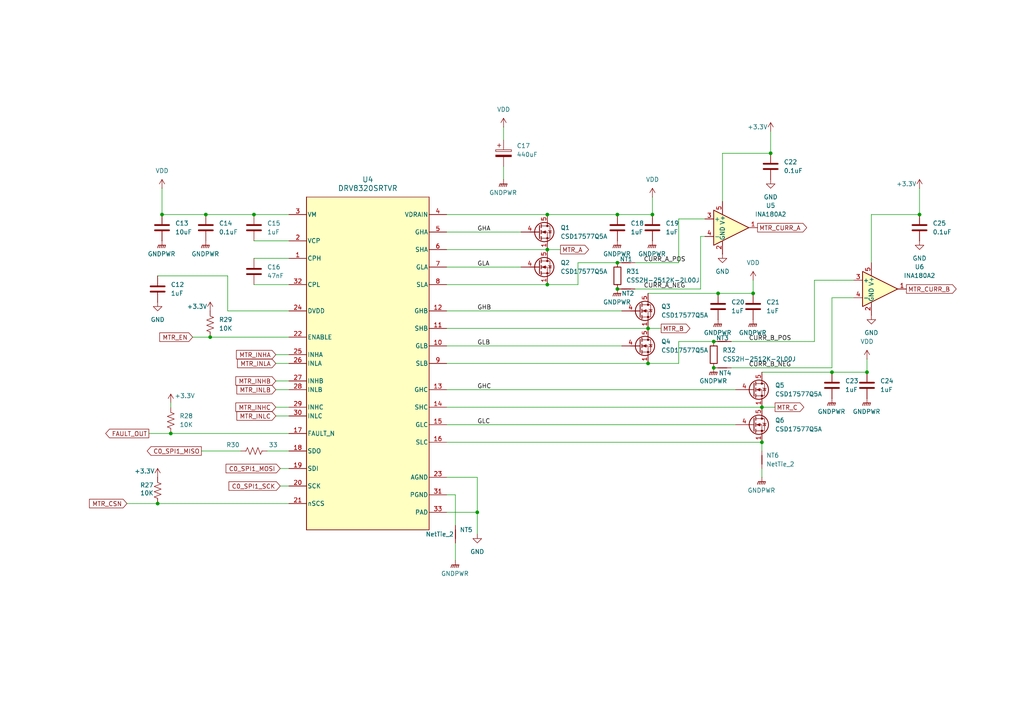
<source format=kicad_sch>
(kicad_sch (version 20250114) (generator "eeschema") (generator_version "9.0")
  (paper "A4")
  (lib_symbols
    (symbol "Amplifier_Current:INA180A2" (pin_names (offset 0.127))
      (property "Reference" "U" (at 3.81 3.81 0))
      (property "Value" "INA180A2" (at 3.81 -2.54 0))
      (symbol "INA180A2_0_1"
        (polyline (pts (xy 5.08 0) (xy -5.08 5.08) (xy -5.08 -5.08) (xy 5.08 0)) (stroke (width 0.254)) (fill (type background)))
      )
      (symbol "INA180A2_1_1"
        (pin input line (at -7.62 2.54 0) (length 2.54) (name "+") (number "3"))
        (pin input line (at -7.62 -2.54 0) (length 2.54) (name "-") (number "4"))
        (pin power_in line (at -2.54 7.62 270) (length 3.81) (name "V+") (number "5"))
        (pin power_in line (at -2.54 -7.62 90) (length 3.81) (name "GND") (number "2"))
        (pin output line (at 7.62 0 180) (length 2.54) (name "~") (number "1"))
      )
    )
    (symbol "Device:C" (pin_numbers (hide yes)) (pin_names (offset 0.254))
      (property "Reference" "C" (at 0.635 2.54 0))
      (property "Value" "C" (at 0.635 -2.54 0))
      (symbol "C_0_1"
        (polyline (pts (xy -2.032 0.762) (xy 2.032 0.762)) (stroke (width 0.508)))
        (polyline (pts (xy -2.032 -0.762) (xy 2.032 -0.762)) (stroke (width 0.508)))
      )
      (symbol "C_1_1"
        (pin passive line (at 0 3.81 270) (length 2.794) (name "~") (number "1"))
        (pin passive line (at 0 -3.81 90) (length 2.794) (name "~") (number "2"))
      )
    )
    (symbol "Device:C_Polarized" (pin_numbers (hide yes)) (pin_names (offset 0.254))
      (property "Reference" "C" (at 0.635 2.54 0))
      (property "Value" "C_Polarized" (at 0.635 -2.54 0))
      (symbol "C_Polarized_0_1"
        (rectangle (start -2.286 0.508) (end 2.286 1.016))
        (polyline (pts (xy -1.778 2.286) (xy -0.762 2.286)))
        (polyline (pts (xy -1.27 2.794) (xy -1.27 1.778)))
        (rectangle (start 2.286 -0.508) (end -2.286 -1.016) (fill (type outline)))
      )
      (symbol "C_Polarized_1_1"
        (pin passive line (at 0 3.81 270) (length 2.794) (name "~") (number "1"))
        (pin passive line (at 0 -3.81 90) (length 2.794) (name "~") (number "2"))
      )
    )
    (symbol "Device:NetTie_2" (pin_numbers (hide yes)) (pin_names (offset 0) (hide yes)) (in_bom no)
      (property "Reference" "NT" (at 0 1.27 0))
      (property "Value" "NetTie_2" (at 0 -1.27 0))
      (symbol "NetTie_2_0_1"
        (polyline (pts (xy -1.27 0) (xy 1.27 0)) (stroke (width 0.254)))
      )
      (symbol "NetTie_2_1_1"
        (pin passive line (at -2.54 0 0) (length 2.54) (name "1") (number "1"))
        (pin passive line (at 2.54 0 180) (length 2.54) (name "2") (number "2"))
      )
    )
    (symbol "Device:R" (pin_numbers (hide yes)) (pin_names (offset 0))
      (property "Reference" "R" (at 2.032 0 90))
      (property "Value" "R" (at 0 0 90))
      (symbol "R_0_1"
        (rectangle (start -1.016 -2.54) (end 1.016 2.54) (stroke (width 0.254)))
      )
      (symbol "R_1_1"
        (pin passive line (at 0 3.81 270) (length 1.27) (name "~") (number "1"))
        (pin passive line (at 0 -3.81 90) (length 1.27) (name "~") (number "2"))
      )
    )
    (symbol "Device:R_US" (pin_numbers (hide yes)) (pin_names (offset 0))
      (property "Reference" "R" (at 2.54 0 90))
      (property "Value" "R_US" (at -2.54 0 90))
      (symbol "R_US_0_1"
        (polyline (pts (xy 0 2.286) (xy 0 2.54)))
        (polyline (pts (xy 0 2.286) (xy 1.016 1.905) (xy 0 1.524) (xy -1.016 1.143) (xy 0 0.762)))
        (polyline (pts (xy 0 0.762) (xy 1.016 0.381) (xy 0 0) (xy -1.016 -0.381) (xy 0 -0.762)))
        (polyline (pts (xy 0 -0.762) (xy 1.016 -1.143) (xy 0 -1.524) (xy -1.016 -1.905) (xy 0 -2.286)))
        (polyline (pts (xy 0 -2.286) (xy 0 -2.54)))
      )
      (symbol "R_US_1_1"
        (pin passive line (at 0 3.81 270) (length 1.27) (name "~") (number "1"))
        (pin passive line (at 0 -3.81 90) (length 1.27) (name "~") (number "2"))
      )
    )
    (symbol "Global:DRV8320SRTVR" (pin_names (offset 0.254))
      (property "Reference" "U" (at 0 2.54 0))
      (property "Value" "DRV8320SRTVR" (at 0 0 0))
      (symbol "DRV8320SRTVR_0_1"
        (polyline (pts (xy -17.78 48.26) (xy -17.78 -48.26)) (stroke (width 0.2032)))
        (polyline (pts (xy -17.78 -48.26) (xy 17.78 -48.26)) (stroke (width 0.2032)))
        (polyline (pts (xy 17.78 -48.26) (xy 17.78 48.26)) (stroke (width 0.2032)))
        (pin power_in line (at -22.86 43.18 0) (length 5.08) (name "VM") (number "3"))
        (pin power_in line (at -22.86 35.56 0) (length 5.08) (name "VCP") (number "2"))
        (pin unspecified line (at -22.86 30.48 0) (length 5.08) (name "CPH") (number "1"))
        (pin unspecified line (at -22.86 22.86 0) (length 5.08) (name "CPL") (number "32"))
        (pin power_in line (at -22.86 15.24 0) (length 5.08) (name "DVDD") (number "24"))
        (pin input line (at -22.86 7.62 0) (length 5.08) (name "ENABLE") (number "22"))
        (pin input line (at -22.86 2.54 0) (length 5.08) (name "INHA") (number "25"))
        (pin input line (at -22.86 0 0) (length 5.08) (name "INLA") (number "26"))
        (pin input line (at -22.86 -5.08 0) (length 5.08) (name "INHB") (number "27"))
        (pin input line (at -22.86 -7.62 0) (length 5.08) (name "INLB") (number "28"))
        (pin input line (at -22.86 -12.7 0) (length 5.08) (name "INHC") (number "29"))
        (pin input line (at -22.86 -15.24 0) (length 5.08) (name "INLC") (number "30"))
        (pin open_collector line (at -22.86 -20.32 0) (length 5.08) (name "FAULT_N") (number "17"))
        (pin input line (at 22.86 43.18 180) (length 5.08) (name "VDRAIN") (number "4"))
        (pin output line (at 22.86 38.1 180) (length 5.08) (name "GHA") (number "5"))
        (pin input line (at 22.86 33.02 180) (length 5.08) (name "SHA") (number "6"))
        (pin output line (at 22.86 27.94 180) (length 5.08) (name "GLA") (number "7"))
        (pin input line (at 22.86 22.86 180) (length 5.08) (name "SLA") (number "8"))
        (pin output line (at 22.86 15.24 180) (length 5.08) (name "GHB") (number "12"))
        (pin input line (at 22.86 10.16 180) (length 5.08) (name "SHB") (number "11"))
        (pin output line (at 22.86 5.08 180) (length 5.08) (name "GLB") (number "10"))
        (pin input line (at 22.86 0 180) (length 5.08) (name "SLB") (number "9"))
        (pin output line (at 22.86 -7.62 180) (length 5.08) (name "GHC") (number "13"))
        (pin input line (at 22.86 -12.7 180) (length 5.08) (name "SHC") (number "14"))
        (pin output line (at 22.86 -17.78 180) (length 5.08) (name "GLC") (number "15"))
        (pin input line (at 22.86 -22.86 180) (length 5.08) (name "SLC") (number "16"))
        (pin power_in line (at 22.86 -33.02 180) (length 5.08) (name "AGND") (number "23"))
        (pin power_in line (at 22.86 -38.1 180) (length 5.08) (name "PGND") (number "31"))
        (pin power_in line (at 22.86 -43.18 180) (length 5.08) (name "PAD") (number "33"))
      )
      (symbol "DRV8320SRTVR_1_1"
        (rectangle (start -17.78 48.26) (end 17.78 -48.26) (fill (type color) (color 255 255 194 1)))
        (pin unspecified line (at -22.86 -25.4 0) (length 5.08) (name "SDO") (number "18"))
        (pin input line (at -22.86 -30.48 0) (length 5.08) (name "SDI") (number "19"))
        (pin input line (at -22.86 -35.56 0) (length 5.08) (name "SCK") (number "20"))
        (pin unspecified line (at -22.86 -40.64 0) (length 5.08) (name "nSCS") (number "21"))
      )
    )
    (symbol "Transistor_FET:CSD17577Q5A" (pin_names (offset 0) (hide yes))
      (property "Reference" "Q" (at 5.08 1.905 0))
      (property "Value" "CSD17577Q5A" (at 5.08 0 0))
      (symbol "CSD17577Q5A_0_1"
        (polyline (pts (xy 0.254 1.905) (xy 0.254 -1.905)) (stroke (width 0.254)))
        (polyline (pts (xy 0.254 0) (xy -2.54 0)))
        (polyline (pts (xy 0.762 2.286) (xy 0.762 1.27)) (stroke (width 0.254)))
        (polyline (pts (xy 0.762 0.508) (xy 0.762 -0.508)) (stroke (width 0.254)))
        (polyline (pts (xy 0.762 -1.27) (xy 0.762 -2.286)) (stroke (width 0.254)))
        (polyline (pts (xy 0.762 -1.778) (xy 3.302 -1.778) (xy 3.302 1.778) (xy 0.762 1.778)))
        (polyline (pts (xy 1.016 0) (xy 2.032 0.381) (xy 2.032 -0.381) (xy 1.016 0)) (fill (type outline)))
        (circle (center 1.651 0) (radius 2.794) (stroke (width 0.254)))
        (polyline (pts (xy 2.54 2.54) (xy 2.54 1.778)))
        (circle (center 2.54 1.778) (radius 0.254) (fill (type outline)))
        (circle (center 2.54 -1.778) (radius 0.254) (fill (type outline)))
        (polyline (pts (xy 2.54 -2.54) (xy 2.54 0) (xy 0.762 0)))
        (polyline (pts (xy 2.794 0.508) (xy 2.921 0.381) (xy 3.683 0.381) (xy 3.81 0.254)))
        (polyline (pts (xy 3.302 0.381) (xy 2.921 -0.254) (xy 3.683 -0.254) (xy 3.302 0.381)))
      )
      (symbol "CSD17577Q5A_1_1"
        (pin input line (at -5.08 0 0) (length 5.08) (name "G") (number "4"))
        (pin passive line (at 2.54 5.08 270) (length 2.54) (name "D") (number "5"))
        (pin passive line (at 2.54 -5.08 90) (length 2.54) (name "S") (number "1"))
        (pin passive line (at 2.54 -5.08 90) (length 2.54) (hide yes) (name "S") (number "2"))
        (pin passive line (at 2.54 -5.08 90) (length 2.54) (hide yes) (name "S") (number "3"))
      )
    )
    (symbol "power:+3.3V" (power) (pin_numbers (hide yes)) (pin_names (offset 0) (hide yes))
      (property "Value" "+3.3V" (at 0 3.556 0))
      (symbol "+3.3V_0_1"
        (polyline (pts (xy -0.762 1.27) (xy 0 2.54)))
        (polyline (pts (xy 0 2.54) (xy 0.762 1.27)))
        (polyline (pts (xy 0 0) (xy 0 2.54)))
      )
      (symbol "+3.3V_1_1"
        (pin power_in line (at 0 0 90) (length 0) (name "~") (number "1"))
      )
    )
    (symbol "power:GND" (power) (pin_numbers (hide yes)) (pin_names (offset 0) (hide yes))
      (property "Value" "GND" (at 0 -3.81 0))
      (symbol "GND_0_1"
        (polyline (pts (xy 0 0) (xy 0 -1.27) (xy 1.27 -1.27) (xy 0 -2.54) (xy -1.27 -1.27) (xy 0 -1.27)))
      )
      (symbol "GND_1_1"
        (pin power_in line (at 0 0 270) (length 0) (name "~") (number "1"))
      )
    )
    (symbol "power:GNDPWR" (power) (pin_numbers (hide yes)) (pin_names (offset 0) (hide yes))
      (property "Value" "GNDPWR" (at 0 -3.302 0))
      (symbol "GNDPWR_0_1"
        (polyline (pts (xy -1.016 -1.27) (xy -1.27 -2.032) (xy -1.27 -2.032)) (stroke (width 0.2032)))
        (polyline (pts (xy -0.508 -1.27) (xy -0.762 -2.032) (xy -0.762 -2.032)) (stroke (width 0.2032)))
        (polyline (pts (xy 0 -1.27) (xy 0 0)))
        (polyline (pts (xy 0 -1.27) (xy -0.254 -2.032) (xy -0.254 -2.032)) (stroke (width 0.2032)))
        (polyline (pts (xy 0.508 -1.27) (xy 0.254 -2.032) (xy 0.254 -2.032)) (stroke (width 0.2032)))
        (polyline (pts (xy 1.016 -1.27) (xy -1.016 -1.27) (xy -1.016 -1.27)) (stroke (width 0.2032)))
        (polyline (pts (xy 1.016 -1.27) (xy 0.762 -2.032) (xy 0.762 -2.032) (xy 0.762 -2.032)) (stroke (width 0.2032)))
      )
      (symbol "GNDPWR_1_1"
        (pin power_in line (at 0 0 270) (length 0) (name "~") (number "1"))
      )
    )
    (symbol "power:VDD" (power) (pin_numbers (hide yes)) (pin_names (offset 0) (hide yes))
      (property "Value" "VDD" (at 0 3.556 0))
      (symbol "VDD_0_1"
        (polyline (pts (xy -0.762 1.27) (xy 0 2.54)))
        (polyline (pts (xy 0 2.54) (xy 0.762 1.27)))
        (polyline (pts (xy 0 0) (xy 0 2.54)))
      )
      (symbol "VDD_1_1"
        (pin power_in line (at 0 0 90) (length 0) (name "~") (number "1"))
      )
    )
  )
  (junction (at 208.28 85.09))
  (junction (at 46.99 62.23))
  (junction (at 73.66 62.23))
  (junction (at 138.43 148.59))
  (junction (at 266.7 62.23))
  (junction (at 158.75 62.23))
  (junction (at 45.72 146.05))
  (junction (at 158.75 72.39))
  (junction (at 179.07 62.23))
  (junction (at 207.01 106.68))
  (junction (at 60.96 97.79))
  (junction (at 187.96 105.41))
  (junction (at 49.53 125.73))
  (junction (at 251.46 107.95))
  (junction (at 179.07 83.82))
  (junction (at 179.07 76.2))
  (junction (at 241.3 107.95))
  (junction (at 220.98 118.11))
  (junction (at 223.52 44.45))
  (junction (at 187.96 95.25))
  (junction (at 158.75 82.55))
  (junction (at 220.98 128.27))
  (junction (at 218.44 85.09))
  (junction (at 207.01 99.06))
  (junction (at 59.69 62.23))
  (junction (at 189.23 62.23))
  (wire (pts (xy 129.54 123.19) (xy 213.36 123.19)))
  (wire (pts (xy 138.43 148.59) (xy 138.43 138.43)))
  (wire (pts (xy 209.55 58.42) (xy 209.55 44.45)))
  (wire (pts (xy 129.54 148.59) (xy 138.43 148.59)))
  (wire (pts (xy 167.64 82.55) (xy 158.75 82.55)))
  (wire (pts (xy 223.52 38.1) (xy 223.52 44.45)))
  (wire (pts (xy 49.53 116.84) (xy 49.53 118.11)))
  (wire (pts (xy 55.88 97.79) (xy 60.96 97.79)))
  (wire (pts (xy 46.99 54.61) (xy 46.99 62.23)))
  (wire (pts (xy 73.66 74.93) (xy 83.82 74.93)))
  (wire (pts (xy 220.98 118.11) (xy 224.79 118.11)))
  (wire (pts (xy 129.54 100.33) (xy 180.34 100.33)))
  (wire (pts (xy 236.22 81.28) (xy 247.65 81.28)))
  (wire (pts (xy 218.44 81.28) (xy 218.44 85.09)))
  (wire (pts (xy 196.85 105.41) (xy 187.96 105.41)))
  (wire (pts (xy 266.7 54.61) (xy 266.7 62.23)))
  (wire (pts (xy 129.54 90.17) (xy 180.34 90.17)))
  (wire (pts (xy 212.09 106.68) (xy 241.3 106.68)))
  (wire (pts (xy 203.2 83.82) (xy 203.2 68.58)))
  (wire (pts (xy 36.83 146.05) (xy 45.72 146.05)))
  (wire (pts (xy 184.15 76.2) (xy 196.85 76.2)))
  (wire (pts (xy 252.73 76.2) (xy 252.73 62.23)))
  (wire (pts (xy 49.53 125.73) (xy 83.82 125.73)))
  (wire (pts (xy 132.08 162.56) (xy 132.08 157.48)))
  (wire (pts (xy 138.43 154.94) (xy 138.43 148.59)))
  (wire (pts (xy 80.01 118.11) (xy 83.82 118.11)))
  (wire (pts (xy 80.01 120.65) (xy 83.82 120.65)))
  (wire (pts (xy 138.43 138.43) (xy 129.54 138.43)))
  (wire (pts (xy 66.04 90.17) (xy 83.82 90.17)))
  (wire (pts (xy 80.01 102.87) (xy 83.82 102.87)))
  (wire (pts (xy 129.54 128.27) (xy 220.98 128.27)))
  (wire (pts (xy 66.04 80.01) (xy 66.04 90.17)))
  (wire (pts (xy 45.72 146.05) (xy 83.82 146.05)))
  (wire (pts (xy 46.99 62.23) (xy 59.69 62.23)))
  (wire (pts (xy 132.08 143.51) (xy 129.54 143.51)))
  (wire (pts (xy 208.28 85.09) (xy 218.44 85.09)))
  (wire (pts (xy 129.54 113.03) (xy 213.36 113.03)))
  (wire (pts (xy 81.28 135.89) (xy 83.82 135.89)))
  (wire (pts (xy 129.54 77.47) (xy 151.13 77.47)))
  (wire (pts (xy 220.98 135.89) (xy 220.98 138.43)))
  (wire (pts (xy 80.01 105.41) (xy 83.82 105.41)))
  (wire (pts (xy 132.08 152.4) (xy 132.08 143.51)))
  (wire (pts (xy 58.42 130.81) (xy 69.85 130.81)))
  (wire (pts (xy 220.98 107.95) (xy 241.3 107.95)))
  (wire (pts (xy 129.54 82.55) (xy 158.75 82.55)))
  (wire (pts (xy 73.66 69.85) (xy 83.82 69.85)))
  (wire (pts (xy 209.55 44.45) (xy 223.52 44.45)))
  (wire (pts (xy 60.96 97.79) (xy 83.82 97.79)))
  (wire (pts (xy 158.75 72.39) (xy 162.56 72.39)))
  (wire (pts (xy 196.85 63.5) (xy 204.47 63.5)))
  (wire (pts (xy 129.54 95.25) (xy 187.96 95.25)))
  (wire (pts (xy 167.64 76.2) (xy 167.64 82.55)))
  (wire (pts (xy 179.07 62.23) (xy 189.23 62.23)))
  (wire (pts (xy 129.54 72.39) (xy 158.75 72.39)))
  (wire (pts (xy 212.09 99.06) (xy 236.22 99.06)))
  (wire (pts (xy 158.75 62.23) (xy 179.07 62.23)))
  (wire (pts (xy 241.3 107.95) (xy 251.46 107.95)))
  (wire (pts (xy 236.22 99.06) (xy 236.22 81.28)))
  (wire (pts (xy 129.54 62.23) (xy 158.75 62.23)))
  (wire (pts (xy 203.2 68.58) (xy 204.47 68.58)))
  (wire (pts (xy 73.66 82.55) (xy 83.82 82.55)))
  (wire (pts (xy 129.54 118.11) (xy 220.98 118.11)))
  (wire (pts (xy 45.72 80.01) (xy 66.04 80.01)))
  (wire (pts (xy 80.01 113.03) (xy 83.82 113.03)))
  (wire (pts (xy 241.3 106.68) (xy 241.3 86.36)))
  (wire (pts (xy 179.07 76.2) (xy 167.64 76.2)))
  (wire (pts (xy 146.05 36.83) (xy 146.05 40.64)))
  (wire (pts (xy 196.85 76.2) (xy 196.85 63.5)))
  (wire (pts (xy 187.96 95.25) (xy 191.77 95.25)))
  (wire (pts (xy 220.98 128.27) (xy 220.98 130.81)))
  (wire (pts (xy 184.15 83.82) (xy 203.2 83.82)))
  (wire (pts (xy 43.18 125.73) (xy 49.53 125.73)))
  (wire (pts (xy 59.69 62.23) (xy 73.66 62.23)))
  (wire (pts (xy 251.46 104.14) (xy 251.46 107.95)))
  (wire (pts (xy 187.96 85.09) (xy 208.28 85.09)))
  (wire (pts (xy 146.05 48.26) (xy 146.05 52.07)))
  (wire (pts (xy 81.28 140.97) (xy 83.82 140.97)))
  (wire (pts (xy 196.85 99.06) (xy 196.85 105.41)))
  (wire (pts (xy 73.66 62.23) (xy 83.82 62.23)))
  (wire (pts (xy 207.01 99.06) (xy 196.85 99.06)))
  (wire (pts (xy 189.23 57.15) (xy 189.23 62.23)))
  (wire (pts (xy 77.47 130.81) (xy 83.82 130.81)))
  (wire (pts (xy 129.54 105.41) (xy 187.96 105.41)))
  (wire (pts (xy 241.3 86.36) (xy 247.65 86.36)))
  (wire (pts (xy 80.01 110.49) (xy 83.82 110.49)))
  (wire (pts (xy 129.54 67.31) (xy 151.13 67.31)))
  (wire (pts (xy 252.73 62.23) (xy 266.7 62.23)))
  (label "GHA" (at 138.43 67.31 0))
  (label "GHC" (at 138.43 113.03 0))
  (label "CURR_B_POS" (at 217.17 99.06 0))
  (label "CURR_A_POS" (at 186.69 76.2 0))
  (label "GLC" (at 138.43 123.19 0))
  (label "GLB" (at 138.43 100.33 0))
  (label "CURR_B_NEG" (at 217.17 106.68 0))
  (label "CURR_A_NEG" (at 186.69 83.82 0))
  (label "GLA" (at 138.43 77.47 0))
  (label "GHB" (at 138.43 90.17 0))
  (global_label "MTR_INHC" (shape input) (at 80.01 118.11 180) (property "Intersheetrefs" "${INTERSHEET_REFS}" (at 67.8324 118.11 0) (effects (justify right))))
  (global_label "MTR_CURR_A" (shape output) (at 219.71 66.04 0) (property "Intersheetrefs" "${INTERSHEET_REFS}" (at 234.5485 66.04 0) (effects (justify left))))
  (global_label "MTR_A" (shape output) (at 162.56 72.39 0) (property "Intersheetrefs" "${INTERSHEET_REFS}" (at 171.2904 72.39 0) (effects (justify left))))
  (global_label "MTR_EN" (shape input) (at 55.88 97.79 180) (property "Intersheetrefs" "${INTERSHEET_REFS}" (at 45.7587 97.79 0) (effects (justify right))))
  (global_label "MTR_INHA" (shape input) (at 80.01 102.87 180) (property "Intersheetrefs" "${INTERSHEET_REFS}" (at 68.0138 102.87 0) (effects (justify right))))
  (global_label "MTR_CURR_B" (shape output) (at 262.89 83.82 0) (property "Intersheetrefs" "${INTERSHEET_REFS}" (at 277.9099 83.82 0) (effects (justify left))))
  (global_label "FAULT_OUT" (shape output) (at 43.18 125.73 180) (property "Intersheetrefs" "${INTERSHEET_REFS}" (at 30.0952 125.73 0) (effects (justify right))))
  (global_label "MTR_CSN" (shape input) (at 36.83 146.05 180) (property "Intersheetrefs" "${INTERSHEET_REFS}" (at 25.3782 146.05 0) (effects (justify right))))
  (global_label "MTR_INLC" (shape input) (at 80.01 120.65 180) (property "Intersheetrefs" "${INTERSHEET_REFS}" (at 68.1348 120.65 0) (effects (justify right))))
  (global_label "C0_SPI1_SCK" (shape input) (at 81.28 140.97 180) (property "Intersheetrefs" "${INTERSHEET_REFS}" (at 65.8368 140.97 0) (effects (justify right))))
  (global_label "MTR_B" (shape output) (at 191.77 95.25 0) (property "Intersheetrefs" "${INTERSHEET_REFS}" (at 200.6818 95.25 0) (effects (justify left))))
  (global_label "MTR_INHB" (shape input) (at 80.01 110.49 180) (property "Intersheetrefs" "${INTERSHEET_REFS}" (at 67.8324 110.49 0) (effects (justify right))))
  (global_label "MTR_C" (shape output) (at 224.79 118.11 0) (property "Intersheetrefs" "${INTERSHEET_REFS}" (at 233.7018 118.11 0) (effects (justify left))))
  (global_label "C0_SPI1_MOSI" (shape input) (at 81.28 135.89 180) (property "Intersheetrefs" "${INTERSHEET_REFS}" (at 64.9901 135.89 0) (effects (justify right))))
  (global_label "C0_SPI1_MISO" (shape output) (at 58.42 130.81 180) (property "Intersheetrefs" "${INTERSHEET_REFS}" (at 42.1301 130.81 0) (effects (justify right))))
  (global_label "MTR_INLA" (shape input) (at 80.01 105.41 180) (property "Intersheetrefs" "${INTERSHEET_REFS}" (at 68.3162 105.41 0) (effects (justify right))))
  (global_label "MTR_INLB" (shape input) (at 80.01 113.03 180) (property "Intersheetrefs" "${INTERSHEET_REFS}" (at 68.1348 113.03 0) (effects (justify right))))
  (symbol (lib_id "power:VDD") (at 251.46 104.14 0) (unit 1)
    (property "Reference" "#PWR070" (effects (hide yes)))
    (property "Value" "VDD" (at 251.46 99.06 0))
    (property "Description" "Power symbol creates a global label with name \"VDD\"" (effects (hide yes)))
  )
  (symbol (lib_id "power:GNDPWR") (at 146.05 52.07 0) (unit 1)
    (property "Reference" "#PWR056" (effects (hide yes)))
    (property "Value" "GNDPWR" (at 145.923 55.88 0))
    (property "Description" "Power symbol creates a global label with name \"GNDPWR\" , global ground" (effects (hide yes)))
  )
  (symbol (lib_id "Amplifier_Current:INA180A2") (at 255.27 83.82 0) (unit 1)
    (property "Reference" "U6" (at 266.7 77.3998 0))
    (property "Value" "INA180A2" (at 266.7 79.9398 0))
    (property "Footprint" "Package_TO_SOT_SMD:SOT-23-5" (effects (hide yes)))
    (property "Datasheet" "http://www.ti.com/lit/ds/symlink/ina180.pdf" (effects (hide yes)))
    (property "Description" "Current Sense Amplifier, 1 Circuit, Rail-to-Rail, 26V, Gain 50 V/V, SOT-23-5" (effects (hide yes)))
  )
  (symbol (lib_id "power:+3.3V") (at 266.7 54.61 0) (unit 1)
    (property "Reference" "#PWR073" (effects (hide yes)))
    (property "Value" "+3.3V" (at 262.89 53.34 0))
    (property "Description" "Power symbol creates a global label with name \"+3.3V\"" (effects (hide yes)))
  )
  (symbol (lib_id "Device:C") (at 218.44 88.9 0) (unit 1)
    (property "Reference" "C21" (at 222.25 87.6299 0) (effects (justify left)))
    (property "Value" "1uF" (at 222.25 90.1699 0) (effects (justify left)))
    (property "Footprint" "Capacitor_SMD:C_0603_1608Metric" (effects (hide yes)))
    (property "Description" "Unpolarized capacitor" (effects (hide yes)))
  )
  (symbol (lib_id "Device:C") (at 208.28 88.9 0) (unit 1)
    (property "Reference" "C20" (at 212.09 87.6299 0) (effects (justify left)))
    (property "Value" "1uF" (at 212.09 90.1699 0) (effects (justify left)))
    (property "Footprint" "Capacitor_SMD:C_0603_1608Metric" (effects (hide yes)))
    (property "Description" "Unpolarized capacitor" (effects (hide yes)))
  )
  (symbol (lib_id "Transistor_FET:CSD17577Q5A") (at 218.44 123.19 0) (unit 1)
    (property "Reference" "Q6" (at 224.79 121.9199 0) (effects (justify left)))
    (property "Value" "CSD17577Q5A" (at 224.79 124.4599 0) (effects (justify left)))
    (property "Footprint" "Package_TO_SOT_SMD:TDSON-8-1" (effects (hide yes)))
    (property "Datasheet" "http://www.ti.com/lit/gpn/csd17577q5a" (effects (hide yes)))
    (property "Description" "60A Id, 30V Vds, NexFET N-Channel Power MOSFET, 4.2mOhm Ron, 13nC Qg(typ), SON8 5x6mm" (effects (hide yes)))
  )
  (symbol (lib_id "Transistor_FET:CSD17577Q5A") (at 156.21 77.47 0) (unit 1)
    (property "Reference" "Q2" (at 162.56 76.1999 0) (effects (justify left)))
    (property "Value" "CSD17577Q5A" (at 162.56 78.7399 0) (effects (justify left)))
    (property "Footprint" "Package_TO_SOT_SMD:TDSON-8-1" (effects (hide yes)))
    (property "Datasheet" "http://www.ti.com/lit/gpn/csd17577q5a" (effects (hide yes)))
    (property "Description" "60A Id, 30V Vds, NexFET N-Channel Power MOSFET, 4.2mOhm Ron, 13nC Qg(typ), SON8 5x6mm" (effects (hide yes)))
  )
  (symbol (lib_id "Device:NetTie_2") (at 181.61 76.2 0) (unit 1) (in_bom no)
    (property "Reference" "NT1" (at 181.61 75.184 0))
    (property "Value" "NetTie_2" (effects (hide yes)))
    (property "Footprint" "NetTie:NetTie-2_SMD_Pad0.5mm" (effects (hide yes)))
    (property "Description" "Net tie, 2 pins" (effects (hide yes)))
  )
  (symbol (lib_id "Device:R") (at 179.07 80.01 0) (unit 1)
    (property "Reference" "R31" (at 181.61 78.7399 0) (effects (justify left)))
    (property "Value" "CSS2H-2512K-2L00J" (at 181.61 81.2799 0) (effects (justify left)))
    (property "Footprint" "Resistor_SMD:R_2512_6332Metric" (effects (hide yes)))
    (property "Description" "Resistor" (effects (hide yes)))
  )
  (symbol (lib_id "Device:C") (at 179.07 66.04 0) (unit 1)
    (property "Reference" "C18" (at 182.88 64.7699 0) (effects (justify left)))
    (property "Value" "1uF" (at 182.88 67.3099 0) (effects (justify left)))
    (property "Footprint" "Capacitor_SMD:C_0603_1608Metric" (effects (hide yes)))
    (property "Description" "Unpolarized capacitor" (effects (hide yes)))
  )
  (symbol (lib_id "power:VDD") (at 218.44 81.28 0) (unit 1)
    (property "Reference" "#PWR064" (effects (hide yes)))
    (property "Value" "VDD" (at 218.44 76.2 0))
    (property "Description" "Power symbol creates a global label with name \"VDD\"" (effects (hide yes)))
  )
  (symbol (lib_id "Device:C") (at 266.7 66.04 0) (unit 1)
    (property "Reference" "C25" (at 270.51 64.7699 0) (effects (justify left)))
    (property "Value" "0.1uF" (at 270.51 67.3099 0) (effects (justify left)))
    (property "Footprint" "Capacitor_SMD:C_0402_1005Metric" (effects (hide yes)))
    (property "Description" "Unpolarized capacitor" (effects (hide yes)))
  )
  (symbol (lib_id "Device:R_US") (at 45.72 142.24 180) (unit 1)
    (property "Reference" "R27" (at 40.64 140.716 0) (effects (justify right)))
    (property "Value" "10K" (at 40.64 143.002 0) (effects (justify right)))
    (property "Footprint" "Resistor_SMD:R_0402_1005Metric" (effects (hide yes)))
    (property "Description" "Resistor, US symbol" (effects (hide yes)))
  )
  (symbol (lib_id "Device:NetTie_2") (at 209.55 106.68 0) (unit 1) (in_bom no)
    (property "Reference" "NT4" (at 210.312 108.204 0))
    (property "Value" "NetTie_2" (effects (hide yes)))
    (property "Footprint" "NetTie:NetTie-2_SMD_Pad0.5mm" (effects (hide yes)))
    (property "Description" "Net tie, 2 pins" (effects (hide yes)))
  )
  (symbol (lib_id "power:VDD") (at 189.23 57.15 0) (unit 1)
    (property "Reference" "#PWR059" (effects (hide yes)))
    (property "Value" "VDD" (at 189.23 52.07 0))
    (property "Description" "Power symbol creates a global label with name \"VDD\"" (effects (hide yes)))
  )
  (symbol (lib_id "Transistor_FET:CSD17577Q5A") (at 156.21 67.31 0) (unit 1)
    (property "Reference" "Q1" (at 162.56 66.0399 0) (effects (justify left)))
    (property "Value" "CSD17577Q5A" (at 162.56 68.5799 0) (effects (justify left)))
    (property "Footprint" "Package_TO_SOT_SMD:TDSON-8-1" (effects (hide yes)))
    (property "Datasheet" "http://www.ti.com/lit/gpn/csd17577q5a" (effects (hide yes)))
    (property "Description" "60A Id, 30V Vds, NexFET N-Channel Power MOSFET, 4.2mOhm Ron, 13nC Qg(typ), SON8 5x6mm" (effects (hide yes)))
  )
  (symbol (lib_id "Device:C") (at 189.23 66.04 0) (unit 1)
    (property "Reference" "C19" (at 193.04 64.7699 0) (effects (justify left)))
    (property "Value" "1uF" (at 193.04 67.3099 0) (effects (justify left)))
    (property "Footprint" "Capacitor_SMD:C_0603_1608Metric" (effects (hide yes)))
    (property "Description" "Unpolarized capacitor" (effects (hide yes)))
  )
  (symbol (lib_id "power:GNDPWR") (at 132.08 162.56 0) (unit 1)
    (property "Reference" "#PWR053" (effects (hide yes)))
    (property "Value" "GNDPWR" (at 131.953 166.37 0))
    (property "Description" "Power symbol creates a global label with name \"GNDPWR\" , global ground" (effects (hide yes)))
  )
  (symbol (lib_id "power:+3.3V") (at 223.52 38.1 0) (unit 1)
    (property "Reference" "#PWR067" (effects (hide yes)))
    (property "Value" "+3.3V" (at 219.71 36.83 0))
    (property "Description" "Power symbol creates a global label with name \"+3.3V\"" (effects (hide yes)))
  )
  (symbol (lib_id "Global:DRV8320SRTVR") (at 106.68 105.41 0) (unit 1)
    (property "Reference" "U4" (at 106.68 52.07 0) (effects (font (size 1.524 1.524))))
    (property "Value" "DRV8320SRTVR" (at 106.68 54.61 0) (effects (font (size 1.524 1.524))))
    (property "Footprint" "Library:DRV8320SRTVR" (effects (hide yes)))
    (property "Datasheet" "https://www.ti.com/lit/gpn/drv8320" (effects (hide yes)))
  )
  (symbol (lib_id "power:GND") (at 45.72 87.63 0) (unit 1)
    (property "Reference" "#PWR046" (effects (hide yes)))
    (property "Value" "GND" (at 45.72 92.71 0))
    (property "Description" "Power symbol creates a global label with name \"GND\" , ground" (effects (hide yes)))
  )
  (symbol (lib_id "power:GNDPWR") (at 46.99 69.85 0) (unit 1)
    (property "Reference" "#PWR049" (effects (hide yes)))
    (property "Value" "GNDPWR" (at 46.863 73.66 0))
    (property "Description" "Power symbol creates a global label with name \"GNDPWR\" , global ground" (effects (hide yes)))
  )
  (symbol (lib_id "power:VDD") (at 46.99 54.61 0) (unit 1)
    (property "Reference" "#PWR048" (effects (hide yes)))
    (property "Value" "VDD" (at 46.99 49.53 0))
    (property "Description" "Power symbol creates a global label with name \"VDD\"" (effects (hide yes)))
  )
  (symbol (lib_id "power:GNDPWR") (at 218.44 92.71 0) (unit 1)
    (property "Reference" "#PWR065" (effects (hide yes)))
    (property "Value" "GNDPWR" (at 218.313 96.52 0))
    (property "Description" "Power symbol creates a global label with name \"GNDPWR\" , global ground" (effects (hide yes)))
  )
  (symbol (lib_id "Transistor_FET:CSD17577Q5A") (at 185.42 100.33 0) (unit 1)
    (property "Reference" "Q4" (at 191.77 99.0599 0) (effects (justify left)))
    (property "Value" "CSD17577Q5A" (at 191.77 101.5999 0) (effects (justify left)))
    (property "Footprint" "Package_TO_SOT_SMD:TDSON-8-1" (effects (hide yes)))
    (property "Datasheet" "http://www.ti.com/lit/gpn/csd17577q5a" (effects (hide yes)))
    (property "Description" "60A Id, 30V Vds, NexFET N-Channel Power MOSFET, 4.2mOhm Ron, 13nC Qg(typ), SON8 5x6mm" (effects (hide yes)))
  )
  (symbol (lib_id "Transistor_FET:CSD17577Q5A") (at 185.42 90.17 0) (unit 1)
    (property "Reference" "Q3" (at 191.77 88.8999 0) (effects (justify left)))
    (property "Value" "CSD17577Q5A" (at 191.77 91.4399 0) (effects (justify left)))
    (property "Footprint" "Package_TO_SOT_SMD:TDSON-8-1" (effects (hide yes)))
    (property "Datasheet" "http://www.ti.com/lit/gpn/csd17577q5a" (effects (hide yes)))
    (property "Description" "60A Id, 30V Vds, NexFET N-Channel Power MOSFET, 4.2mOhm Ron, 13nC Qg(typ), SON8 5x6mm" (effects (hide yes)))
  )
  (symbol (lib_id "Device:C") (at 73.66 66.04 0) (unit 1)
    (property "Reference" "C15" (at 77.47 64.7699 0) (effects (justify left)))
    (property "Value" "1uF" (at 77.47 67.3099 0) (effects (justify left)))
    (property "Footprint" "Capacitor_SMD:C_0402_1005Metric" (effects (hide yes)))
    (property "Description" "Unpolarized capacitor" (effects (hide yes)))
  )
  (symbol (lib_id "Device:R") (at 207.01 102.87 0) (unit 1)
    (property "Reference" "R32" (at 209.55 101.5999 0) (effects (justify left)))
    (property "Value" "CSS2H-2512K-2L00J" (at 209.55 104.1399 0) (effects (justify left)))
    (property "Footprint" "Resistor_SMD:R_2512_6332Metric" (effects (hide yes)))
    (property "Description" "Resistor" (effects (hide yes)))
  )
  (symbol (lib_id "Device:C") (at 223.52 48.26 0) (unit 1)
    (property "Reference" "C22" (at 227.33 46.9899 0) (effects (justify left)))
    (property "Value" "0.1uF" (at 227.33 49.5299 0) (effects (justify left)))
    (property "Footprint" "Capacitor_SMD:C_0402_1005Metric" (effects (hide yes)))
    (property "Description" "Unpolarized capacitor" (effects (hide yes)))
  )
  (symbol (lib_id "power:GNDPWR") (at 220.98 138.43 0) (unit 1)
    (property "Reference" "#PWR066" (effects (hide yes)))
    (property "Value" "GNDPWR" (at 220.853 142.24 0))
    (property "Description" "Power symbol creates a global label with name \"GNDPWR\" , global ground" (effects (hide yes)))
  )
  (symbol (lib_id "power:GND") (at 209.55 73.66 0) (unit 1)
    (property "Reference" "#PWR063" (effects (hide yes)))
    (property "Value" "GND" (at 209.55 78.74 0))
    (property "Description" "Power symbol creates a global label with name \"GND\" , ground" (effects (hide yes)))
  )
  (symbol (lib_id "power:GNDPWR") (at 241.3 115.57 0) (unit 1)
    (property "Reference" "#PWR069" (effects (hide yes)))
    (property "Value" "GNDPWR" (at 241.173 119.38 0))
    (property "Description" "Power symbol creates a global label with name \"GNDPWR\" , global ground" (effects (hide yes)))
  )
  (symbol (lib_id "Device:C") (at 45.72 83.82 0) (unit 1)
    (property "Reference" "C12" (at 49.53 82.5499 0) (effects (justify left)))
    (property "Value" "1uF" (at 49.53 85.0899 0) (effects (justify left)))
    (property "Footprint" "Capacitor_SMD:C_0402_1005Metric" (effects (hide yes)))
    (property "Description" "Unpolarized capacitor" (effects (hide yes)))
  )
  (symbol (lib_id "power:GNDPWR") (at 59.69 69.85 0) (unit 1)
    (property "Reference" "#PWR051" (effects (hide yes)))
    (property "Value" "GNDPWR" (at 59.563 73.66 0))
    (property "Description" "Power symbol creates a global label with name \"GNDPWR\" , global ground" (effects (hide yes)))
  )
  (symbol (lib_id "Device:C") (at 59.69 66.04 0) (unit 1)
    (property "Reference" "C14" (at 63.5 64.7699 0) (effects (justify left)))
    (property "Value" "0.1uF" (at 63.5 67.3099 0) (effects (justify left)))
    (property "Footprint" "Capacitor_SMD:C_0402_1005Metric" (effects (hide yes)))
    (property "Description" "Unpolarized capacitor" (effects (hide yes)))
  )
  (symbol (lib_id "power:GND") (at 252.73 91.44 0) (unit 1)
    (property "Reference" "#PWR072" (effects (hide yes)))
    (property "Value" "GND" (at 252.73 96.52 0))
    (property "Description" "Power symbol creates a global label with name \"GND\" , ground" (effects (hide yes)))
  )
  (symbol (lib_id "Device:NetTie_2") (at 132.08 154.94 90) (unit 1) (in_bom no)
    (property "Reference" "NT5" (at 133.35 153.6699 90) (effects (justify right)))
    (property "Value" "NetTie_2" (at 123.444 154.94 90) (effects (justify right)))
    (property "Footprint" "NetTie:NetTie-2_SMD_Pad0.5mm" (effects (hide yes)))
    (property "Description" "Net tie, 2 pins" (effects (hide yes)))
  )
  (symbol (lib_id "power:GNDPWR") (at 207.01 106.68 0) (unit 1)
    (property "Reference" "#PWR061" (effects (hide yes)))
    (property "Value" "GNDPWR" (at 206.883 110.49 0))
    (property "Description" "Power symbol creates a global label with name \"GNDPWR\" , global ground" (effects (hide yes)))
  )
  (symbol (lib_id "Device:NetTie_2") (at 220.98 133.35 90) (unit 1) (in_bom no)
    (property "Reference" "NT6" (at 222.25 132.0799 90) (effects (justify right)))
    (property "Value" "NetTie_2" (at 222.25 134.6199 90) (effects (justify right)))
    (property "Footprint" "NetTie:NetTie-2_SMD_Pad0.5mm" (effects (hide yes)))
    (property "Description" "Net tie, 2 pins" (effects (hide yes)))
  )
  (symbol (lib_id "Device:C_Polarized") (at 146.05 44.45 0) (unit 1)
    (property "Reference" "C17" (at 149.86 42.2909 0) (effects (justify left)))
    (property "Value" "440uF" (at 149.86 44.8309 0) (effects (justify left)))
    (property "Footprint" "Capacitor_THT:CP_Radial_D10.0mm_P5.00mm" (effects (hide yes)))
    (property "Description" "Polarized capacitor" (effects (hide yes)))
  )
  (symbol (lib_id "power:+3.3V") (at 45.72 138.43 0) (unit 1)
    (property "Reference" "#PWR047" (effects (hide yes)))
    (property "Value" "+3.3V" (at 41.91 136.652 0))
    (property "Description" "Power symbol creates a global label with name \"+3.3V\"" (effects (hide yes)))
  )
  (symbol (lib_id "Device:NetTie_2") (at 209.55 99.06 0) (unit 1) (in_bom no)
    (property "Reference" "NT3" (at 209.55 98.044 0))
    (property "Value" "NetTie_2" (effects (hide yes)))
    (property "Footprint" "NetTie:NetTie-2_SMD_Pad0.5mm" (effects (hide yes)))
    (property "Description" "Net tie, 2 pins" (effects (hide yes)))
  )
  (symbol (lib_id "Device:NetTie_2") (at 181.61 83.82 0) (unit 1) (in_bom no)
    (property "Reference" "NT2" (at 182.118 85.09 0))
    (property "Value" "NetTie_2" (effects (hide yes)))
    (property "Footprint" "NetTie:NetTie-2_SMD_Pad0.5mm" (effects (hide yes)))
    (property "Description" "Net tie, 2 pins" (effects (hide yes)))
  )
  (symbol (lib_id "power:GNDPWR") (at 251.46 115.57 0) (unit 1)
    (property "Reference" "#PWR071" (effects (hide yes)))
    (property "Value" "GNDPWR" (at 251.333 119.38 0))
    (property "Description" "Power symbol creates a global label with name \"GNDPWR\" , global ground" (effects (hide yes)))
  )
  (symbol (lib_id "power:GNDPWR") (at 179.07 83.82 0) (unit 1)
    (property "Reference" "#PWR058" (effects (hide yes)))
    (property "Value" "GNDPWR" (at 178.943 87.63 0))
    (property "Description" "Power symbol creates a global label with name \"GNDPWR\" , global ground" (effects (hide yes)))
  )
  (symbol (lib_id "power:GNDPWR") (at 189.23 69.85 0) (unit 1)
    (property "Reference" "#PWR060" (effects (hide yes)))
    (property "Value" "GNDPWR" (at 189.103 73.66 0))
    (property "Description" "Power symbol creates a global label with name \"GNDPWR\" , global ground" (effects (hide yes)))
  )
  (symbol (lib_id "power:GNDPWR") (at 179.07 69.85 0) (unit 1)
    (property "Reference" "#PWR057" (effects (hide yes)))
    (property "Value" "GNDPWR" (at 178.943 73.66 0))
    (property "Description" "Power symbol creates a global label with name \"GNDPWR\" , global ground" (effects (hide yes)))
  )
  (symbol (lib_id "Device:R_US") (at 60.96 93.98 180) (unit 1)
    (property "Reference" "R29" (at 63.5 92.7099 0) (effects (justify right)))
    (property "Value" "10K" (at 63.5 95.2499 0) (effects (justify right)))
    (property "Footprint" "Resistor_SMD:R_0402_1005Metric" (effects (hide yes)))
    (property "Description" "Resistor, US symbol" (effects (hide yes)))
  )
  (symbol (lib_id "Device:C") (at 251.46 111.76 0) (unit 1)
    (property "Reference" "C24" (at 255.27 110.4899 0) (effects (justify left)))
    (property "Value" "1uF" (at 255.27 113.0299 0) (effects (justify left)))
    (property "Footprint" "Capacitor_SMD:C_0603_1608Metric" (effects (hide yes)))
    (property "Description" "Unpolarized capacitor" (effects (hide yes)))
  )
  (symbol (lib_id "Device:C") (at 46.99 66.04 0) (unit 1)
    (property "Reference" "C13" (at 50.8 64.7699 0) (effects (justify left)))
    (property "Value" "10uF" (at 50.8 67.3099 0) (effects (justify left)))
    (property "Footprint" "Capacitor_SMD:C_1206_3216Metric" (effects (hide yes)))
    (property "Description" "Unpolarized capacitor" (effects (hide yes)))
  )
  (symbol (lib_id "Amplifier_Current:INA180A2") (at 212.09 66.04 0) (unit 1)
    (property "Reference" "U5" (at 223.52 59.6198 0))
    (property "Value" "INA180A2" (at 223.52 62.1598 0))
    (property "Footprint" "Package_TO_SOT_SMD:SOT-23-5" (effects (hide yes)))
    (property "Datasheet" "http://www.ti.com/lit/ds/symlink/ina180.pdf" (effects (hide yes)))
    (property "Description" "Current Sense Amplifier, 1 Circuit, Rail-to-Rail, 26V, Gain 50 V/V, SOT-23-5" (effects (hide yes)))
  )
  (symbol (lib_id "Device:C") (at 73.66 78.74 180) (unit 1)
    (property "Reference" "C16" (at 77.47 77.4699 0) (effects (justify right)))
    (property "Value" "47nF" (at 77.47 80.0099 0) (effects (justify right)))
    (property "Footprint" "Capacitor_SMD:C_0402_1005Metric" (effects (hide yes)))
    (property "Description" "Unpolarized capacitor" (effects (hide yes)))
  )
  (symbol (lib_id "Device:C") (at 241.3 111.76 0) (unit 1)
    (property "Reference" "C23" (at 245.11 110.4899 0) (effects (justify left)))
    (property "Value" "1uF" (at 245.11 113.0299 0) (effects (justify left)))
    (property "Footprint" "Capacitor_SMD:C_0603_1608Metric" (effects (hide yes)))
    (property "Description" "Unpolarized capacitor" (effects (hide yes)))
  )
  (symbol (lib_id "power:GND") (at 223.52 52.07 0) (unit 1)
    (property "Reference" "#PWR068" (effects (hide yes)))
    (property "Value" "GND" (at 223.52 57.15 0))
    (property "Description" "Power symbol creates a global label with name \"GND\" , ground" (effects (hide yes)))
  )
  (symbol (lib_id "power:GNDPWR") (at 208.28 92.71 0) (unit 1)
    (property "Reference" "#PWR062" (effects (hide yes)))
    (property "Value" "GNDPWR" (at 208.153 96.52 0))
    (property "Description" "Power symbol creates a global label with name \"GNDPWR\" , global ground" (effects (hide yes)))
  )
  (symbol (lib_id "Transistor_FET:CSD17577Q5A") (at 218.44 113.03 0) (unit 1)
    (property "Reference" "Q5" (at 224.79 111.7599 0) (effects (justify left)))
    (property "Value" "CSD17577Q5A" (at 224.79 114.2999 0) (effects (justify left)))
    (property "Footprint" "Package_TO_SOT_SMD:TDSON-8-1" (effects (hide yes)))
    (property "Datasheet" "http://www.ti.com/lit/gpn/csd17577q5a" (effects (hide yes)))
    (property "Description" "60A Id, 30V Vds, NexFET N-Channel Power MOSFET, 4.2mOhm Ron, 13nC Qg(typ), SON8 5x6mm" (effects (hide yes)))
  )
  (symbol (lib_id "Device:R_US") (at 49.53 121.92 180) (unit 1)
    (property "Reference" "R28" (at 52.07 120.6499 0) (effects (justify right)))
    (property "Value" "10K" (at 52.07 123.1899 0) (effects (justify right)))
    (property "Footprint" "Resistor_SMD:R_0402_1005Metric" (effects (hide yes)))
    (property "Description" "Resistor, US symbol" (effects (hide yes)))
  )
  (symbol (lib_id "Device:R_US") (at 73.66 130.81 90) (unit 1)
    (property "Reference" "R30" (at 67.564 129.032 90))
    (property "Value" "33" (at 79.248 129.032 90))
    (property "Footprint" "Resistor_SMD:R_0402_1005Metric" (effects (hide yes)))
    (property "Description" "Resistor, US symbol" (effects (hide yes)))
  )
  (symbol (lib_id "power:+3.3V") (at 49.53 116.84 0) (unit 1)
    (property "Reference" "#PWR050" (effects (hide yes)))
    (property "Value" "+3.3V" (at 53.594 114.808 0))
    (property "Description" "Power symbol creates a global label with name \"+3.3V\"" (effects (hide yes)))
  )
  (symbol (lib_id "power:+3.3V") (at 60.96 90.17 0) (unit 1)
    (property "Reference" "#PWR052" (effects (hide yes)))
    (property "Value" "+3.3V" (at 57.15 88.9 0))
    (property "Description" "Power symbol creates a global label with name \"+3.3V\"" (effects (hide yes)))
  )
  (symbol (lib_id "power:VDD") (at 146.05 36.83 0) (unit 1)
    (property "Reference" "#PWR055" (effects (hide yes)))
    (property "Value" "VDD" (at 146.05 31.75 0))
    (property "Description" "Power symbol creates a global label with name \"VDD\"" (effects (hide yes)))
  )
  (symbol (lib_id "power:GND") (at 138.43 154.94 0) (unit 1)
    (property "Reference" "#PWR054" (effects (hide yes)))
    (property "Value" "GND" (at 138.43 160.02 0))
    (property "Description" "Power symbol creates a global label with name \"GND\" , ground" (effects (hide yes)))
  )
  (symbol (lib_id "power:GND") (at 266.7 69.85 0) (unit 1)
    (property "Reference" "#PWR074" (effects (hide yes)))
    (property "Value" "GND" (at 266.7 74.93 0))
    (property "Description" "Power symbol creates a global label with name \"GND\" , ground" (effects (hide yes)))
  )
)
</source>
